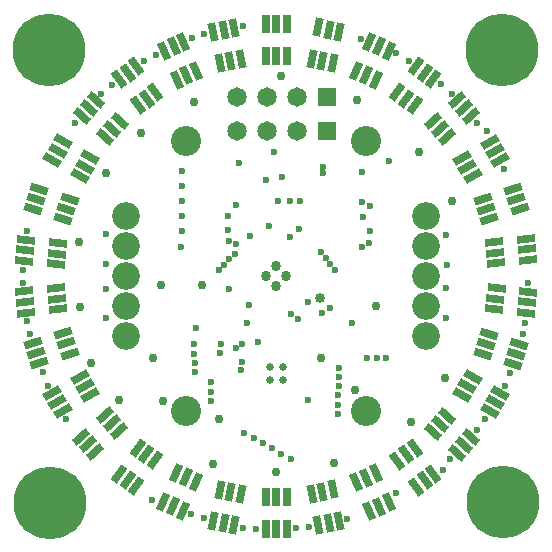
<source format=gbs>
G04*
G04 #@! TF.GenerationSoftware,Altium Limited,Altium Designer,20.0.9 (164)*
G04*
G04 Layer_Color=16711935*
%FSLAX25Y25*%
%MOIN*%
G70*
G01*
G75*
%ADD43C,0.06496*%
%ADD44R,0.06496X0.06496*%
%ADD45C,0.10039*%
%ADD46C,0.09252*%
%ADD47C,0.02953*%
%ADD48C,0.02362*%
%ADD49C,0.24213*%
%ADD50C,0.03347*%
%ADD51C,0.02559*%
G04:AMPARAMS|DCode=82|XSize=61.02mil|YSize=25.59mil|CornerRadius=0mil|HoleSize=0mil|Usage=FLASHONLY|Rotation=198.000|XOffset=0mil|YOffset=0mil|HoleType=Round|Shape=Rectangle|*
%AMROTATEDRECTD82*
4,1,4,0.02507,0.02160,0.03297,-0.00274,-0.02507,-0.02160,-0.03297,0.00274,0.02507,0.02160,0.0*
%
%ADD82ROTATEDRECTD82*%

G04:AMPARAMS|DCode=83|XSize=61.02mil|YSize=25.59mil|CornerRadius=0mil|HoleSize=0mil|Usage=FLASHONLY|Rotation=210.000|XOffset=0mil|YOffset=0mil|HoleType=Round|Shape=Rectangle|*
%AMROTATEDRECTD83*
4,1,4,0.02003,0.02634,0.03282,0.00418,-0.02003,-0.02634,-0.03282,-0.00418,0.02003,0.02634,0.0*
%
%ADD83ROTATEDRECTD83*%

G04:AMPARAMS|DCode=84|XSize=61.02mil|YSize=25.59mil|CornerRadius=0mil|HoleSize=0mil|Usage=FLASHONLY|Rotation=222.000|XOffset=0mil|YOffset=0mil|HoleType=Round|Shape=Rectangle|*
%AMROTATEDRECTD84*
4,1,4,0.01411,0.02993,0.03124,0.01091,-0.01411,-0.02993,-0.03124,-0.01091,0.01411,0.02993,0.0*
%
%ADD84ROTATEDRECTD84*%

G04:AMPARAMS|DCode=85|XSize=61.02mil|YSize=25.59mil|CornerRadius=0mil|HoleSize=0mil|Usage=FLASHONLY|Rotation=234.000|XOffset=0mil|YOffset=0mil|HoleType=Round|Shape=Rectangle|*
%AMROTATEDRECTD85*
4,1,4,0.00758,0.03221,0.02829,0.01716,-0.00758,-0.03221,-0.02829,-0.01716,0.00758,0.03221,0.0*
%
%ADD85ROTATEDRECTD85*%

G04:AMPARAMS|DCode=86|XSize=61.02mil|YSize=25.59mil|CornerRadius=0mil|HoleSize=0mil|Usage=FLASHONLY|Rotation=246.000|XOffset=0mil|YOffset=0mil|HoleType=Round|Shape=Rectangle|*
%AMROTATEDRECTD86*
4,1,4,0.00072,0.03308,0.02410,0.02267,-0.00072,-0.03308,-0.02410,-0.02267,0.00072,0.03308,0.0*
%
%ADD86ROTATEDRECTD86*%

G04:AMPARAMS|DCode=87|XSize=61.02mil|YSize=25.59mil|CornerRadius=0mil|HoleSize=0mil|Usage=FLASHONLY|Rotation=258.000|XOffset=0mil|YOffset=0mil|HoleType=Round|Shape=Rectangle|*
%AMROTATEDRECTD87*
4,1,4,-0.00617,0.03251,0.01886,0.02718,0.00617,-0.03251,-0.01886,-0.02718,-0.00617,0.03251,0.0*
%
%ADD87ROTATEDRECTD87*%

G04:AMPARAMS|DCode=88|XSize=61.02mil|YSize=25.59mil|CornerRadius=0mil|HoleSize=0mil|Usage=FLASHONLY|Rotation=126.000|XOffset=0mil|YOffset=0mil|HoleType=Round|Shape=Rectangle|*
%AMROTATEDRECTD88*
4,1,4,0.02829,-0.01716,0.00758,-0.03221,-0.02829,0.01716,-0.00758,0.03221,0.02829,-0.01716,0.0*
%
%ADD88ROTATEDRECTD88*%

G04:AMPARAMS|DCode=89|XSize=61.02mil|YSize=25.59mil|CornerRadius=0mil|HoleSize=0mil|Usage=FLASHONLY|Rotation=138.000|XOffset=0mil|YOffset=0mil|HoleType=Round|Shape=Rectangle|*
%AMROTATEDRECTD89*
4,1,4,0.03124,-0.01091,0.01411,-0.02993,-0.03124,0.01091,-0.01411,0.02993,0.03124,-0.01091,0.0*
%
%ADD89ROTATEDRECTD89*%

G04:AMPARAMS|DCode=90|XSize=61.02mil|YSize=25.59mil|CornerRadius=0mil|HoleSize=0mil|Usage=FLASHONLY|Rotation=150.000|XOffset=0mil|YOffset=0mil|HoleType=Round|Shape=Rectangle|*
%AMROTATEDRECTD90*
4,1,4,0.03282,-0.00418,0.02003,-0.02634,-0.03282,0.00418,-0.02003,0.02634,0.03282,-0.00418,0.0*
%
%ADD90ROTATEDRECTD90*%

G04:AMPARAMS|DCode=91|XSize=61.02mil|YSize=25.59mil|CornerRadius=0mil|HoleSize=0mil|Usage=FLASHONLY|Rotation=162.000|XOffset=0mil|YOffset=0mil|HoleType=Round|Shape=Rectangle|*
%AMROTATEDRECTD91*
4,1,4,0.03297,0.00274,0.02507,-0.02160,-0.03297,-0.00274,-0.02507,0.02160,0.03297,0.00274,0.0*
%
%ADD91ROTATEDRECTD91*%

G04:AMPARAMS|DCode=92|XSize=61.02mil|YSize=25.59mil|CornerRadius=0mil|HoleSize=0mil|Usage=FLASHONLY|Rotation=174.000|XOffset=0mil|YOffset=0mil|HoleType=Round|Shape=Rectangle|*
%AMROTATEDRECTD92*
4,1,4,0.03168,0.00954,0.02901,-0.01592,-0.03168,-0.00954,-0.02901,0.01592,0.03168,0.00954,0.0*
%
%ADD92ROTATEDRECTD92*%

G04:AMPARAMS|DCode=93|XSize=61.02mil|YSize=25.59mil|CornerRadius=0mil|HoleSize=0mil|Usage=FLASHONLY|Rotation=186.000|XOffset=0mil|YOffset=0mil|HoleType=Round|Shape=Rectangle|*
%AMROTATEDRECTD93*
4,1,4,0.02901,0.01592,0.03168,-0.00954,-0.02901,-0.01592,-0.03168,0.00954,0.02901,0.01592,0.0*
%
%ADD93ROTATEDRECTD93*%

%ADD94R,0.02559X0.06102*%
G04:AMPARAMS|DCode=95|XSize=61.02mil|YSize=25.59mil|CornerRadius=0mil|HoleSize=0mil|Usage=FLASHONLY|Rotation=102.000|XOffset=0mil|YOffset=0mil|HoleType=Round|Shape=Rectangle|*
%AMROTATEDRECTD95*
4,1,4,0.01886,-0.02718,-0.00617,-0.03251,-0.01886,0.02718,0.00617,0.03251,0.01886,-0.02718,0.0*
%
%ADD95ROTATEDRECTD95*%

G04:AMPARAMS|DCode=96|XSize=61.02mil|YSize=25.59mil|CornerRadius=0mil|HoleSize=0mil|Usage=FLASHONLY|Rotation=114.000|XOffset=0mil|YOffset=0mil|HoleType=Round|Shape=Rectangle|*
%AMROTATEDRECTD96*
4,1,4,0.02410,-0.02267,0.00072,-0.03308,-0.02410,0.02267,-0.00072,0.03308,0.02410,-0.02267,0.0*
%
%ADD96ROTATEDRECTD96*%

%ADD97C,0.03398*%
D43*
X309823Y458661D02*
D03*
X319823D02*
D03*
X329823D02*
D03*
X309784Y447342D02*
D03*
X319783D02*
D03*
X329784D02*
D03*
D44*
X339823Y458661D02*
D03*
X339784Y447342D02*
D03*
D45*
X353031Y353917D02*
D03*
X293032D02*
D03*
Y443917D02*
D03*
X353031D02*
D03*
D46*
X373031Y398917D02*
D03*
X273031Y378917D02*
D03*
Y408917D02*
D03*
X373031Y388917D02*
D03*
Y408917D02*
D03*
X273031Y418917D02*
D03*
X373031D02*
D03*
X273031Y398917D02*
D03*
Y388917D02*
D03*
X373031Y378917D02*
D03*
D47*
X324705Y465748D02*
D03*
X349311Y360925D02*
D03*
X338090Y371850D02*
D03*
X282087Y371752D02*
D03*
X298228Y396063D02*
D03*
X284547D02*
D03*
X356299Y389173D02*
D03*
X367913Y350295D02*
D03*
X266339Y433268D02*
D03*
X277953Y446850D02*
D03*
X295472Y457087D02*
D03*
X350098Y457776D02*
D03*
X370472Y440354D02*
D03*
X381594Y423917D02*
D03*
X379429Y365158D02*
D03*
X342323Y336713D02*
D03*
X322933Y333661D02*
D03*
X301870Y336417D02*
D03*
X303839Y351378D02*
D03*
X261417Y369882D02*
D03*
X257382Y410433D02*
D03*
X257480Y388583D02*
D03*
X270472Y357776D02*
D03*
X285236Y357283D02*
D03*
D48*
X348228Y383465D02*
D03*
X319587Y431201D02*
D03*
X322441Y440256D02*
D03*
X338484Y435532D02*
D03*
Y433465D02*
D03*
X330906Y423917D02*
D03*
X327756Y424016D02*
D03*
X323721D02*
D03*
X310531Y436614D02*
D03*
X296161Y381693D02*
D03*
X316929Y376870D02*
D03*
X330315Y384842D02*
D03*
X360630Y437402D02*
D03*
X393237Y447268D02*
D03*
X281693Y324213D02*
D03*
X309646Y409842D02*
D03*
X295457Y373074D02*
D03*
X295571Y376378D02*
D03*
X354035Y410138D02*
D03*
X314272Y412500D02*
D03*
X320472Y415846D02*
D03*
X340846Y388386D02*
D03*
X313287Y383366D02*
D03*
X304429Y373524D02*
D03*
X304528Y376378D02*
D03*
X295965Y366929D02*
D03*
Y370079D02*
D03*
X354260Y413934D02*
D03*
X351672Y408697D02*
D03*
X351644Y433803D02*
D03*
X351613Y423778D02*
D03*
X354232Y422244D02*
D03*
X330709Y414665D02*
D03*
X306988Y414370D02*
D03*
X338287Y386713D02*
D03*
X333661Y390354D02*
D03*
X309500Y375005D02*
D03*
X327551Y412098D02*
D03*
X307185Y410728D02*
D03*
X325000Y431890D02*
D03*
X309744Y422736D02*
D03*
X307382Y394587D02*
D03*
X313878Y389272D02*
D03*
X328113Y386319D02*
D03*
X359646Y371555D02*
D03*
X356545D02*
D03*
X353445D02*
D03*
X362992Y326575D02*
D03*
X378642Y334252D02*
D03*
X333563Y357579D02*
D03*
X311319Y367717D02*
D03*
X311516Y370472D02*
D03*
X352102Y418799D02*
D03*
X381496Y459842D02*
D03*
X294882Y478346D02*
D03*
X311910Y482480D02*
D03*
X367126Y470571D02*
D03*
X278937D02*
D03*
X351181Y477953D02*
D03*
X264665Y459842D02*
D03*
X299114Y479724D02*
D03*
X240059Y414075D02*
D03*
X282874Y472835D02*
D03*
X238681Y396555D02*
D03*
X268307Y462795D02*
D03*
X240846Y379626D02*
D03*
X255906Y450098D02*
D03*
X246949Y362500D02*
D03*
X238583Y401083D02*
D03*
X239961Y384055D02*
D03*
X299016Y318209D02*
D03*
X245276Y367028D02*
D03*
X316339Y314862D02*
D03*
X253051Y351378D02*
D03*
X334055Y315354D02*
D03*
X294587Y319587D02*
D03*
X381004Y337894D02*
D03*
X311811Y315059D02*
D03*
X392618Y351279D02*
D03*
X329626Y314961D02*
D03*
X400787Y366831D02*
D03*
X346654Y318012D02*
D03*
X405807Y383465D02*
D03*
X405217Y379724D02*
D03*
X390059Y347539D02*
D03*
X406962Y396689D02*
D03*
X399114Y434842D02*
D03*
X399311Y362303D02*
D03*
X390059Y450000D02*
D03*
X378051Y463091D02*
D03*
X362992Y473228D02*
D03*
X343575Y353088D02*
D03*
X343711Y356132D02*
D03*
X343779Y359227D02*
D03*
X291437Y408858D02*
D03*
X343799Y362205D02*
D03*
X343898Y368209D02*
D03*
Y365256D02*
D03*
X327854Y337992D02*
D03*
X324606Y339665D02*
D03*
X312402Y346752D02*
D03*
X321555Y341634D02*
D03*
X318504Y343307D02*
D03*
X315453Y344980D02*
D03*
X266339Y412992D02*
D03*
Y384941D02*
D03*
X266301Y394821D02*
D03*
X266339Y402953D02*
D03*
X379724Y412598D02*
D03*
X379823Y402658D02*
D03*
X379724Y394980D02*
D03*
Y384941D02*
D03*
X301354Y357382D02*
D03*
Y360433D02*
D03*
Y363609D02*
D03*
X307000Y418902D02*
D03*
X338000Y406902D02*
D03*
X339500Y404902D02*
D03*
X341000Y402902D02*
D03*
X342500Y400902D02*
D03*
X311500Y376402D02*
D03*
X309156Y406462D02*
D03*
X307442Y404610D02*
D03*
X304000Y400902D02*
D03*
X305724Y402734D02*
D03*
X291500Y433902D02*
D03*
Y428902D02*
D03*
Y423902D02*
D03*
Y418902D02*
D03*
Y413902D02*
D03*
D49*
X398524Y323721D02*
D03*
X247539Y323524D02*
D03*
X247441Y474508D02*
D03*
X398425Y474213D02*
D03*
D50*
X337500Y391634D02*
D03*
D51*
X325197Y368602D02*
D03*
Y364272D02*
D03*
X320866Y368602D02*
D03*
Y364272D02*
D03*
D82*
X401991Y428044D02*
D03*
X403086Y424674D02*
D03*
X391882Y424759D02*
D03*
X392977Y421389D02*
D03*
X404181Y421304D02*
D03*
X394072Y418019D02*
D03*
X251991Y379914D02*
D03*
X241882Y376629D02*
D03*
X253086Y376544D02*
D03*
X254181Y373174D02*
D03*
X242977Y373259D02*
D03*
X244072Y369889D02*
D03*
D83*
X388507Y432365D02*
D03*
X397713Y437679D02*
D03*
X386736Y435433D02*
D03*
X384964Y438502D02*
D03*
X395941Y440748D02*
D03*
X394170Y443817D02*
D03*
X251795Y354018D02*
D03*
X250023Y357087D02*
D03*
X261000Y359333D02*
D03*
X259229Y362402D02*
D03*
X248251Y360155D02*
D03*
X257457Y365470D02*
D03*
D84*
X383272Y457666D02*
D03*
X385643Y455033D02*
D03*
X375372Y450553D02*
D03*
X377743Y447920D02*
D03*
X388014Y452400D02*
D03*
X380114Y445287D02*
D03*
X265850Y352646D02*
D03*
X257951Y345533D02*
D03*
X268221Y350013D02*
D03*
X270592Y347380D02*
D03*
X260322Y342900D02*
D03*
X262693Y340267D02*
D03*
D85*
X369132Y456117D02*
D03*
X375380Y464717D02*
D03*
X366266Y458200D02*
D03*
X363399Y460283D02*
D03*
X372514Y466800D02*
D03*
X369647Y468883D02*
D03*
X276317Y328952D02*
D03*
X273451Y331035D02*
D03*
X282565Y337552D02*
D03*
X279699Y339634D02*
D03*
X270584Y333118D02*
D03*
X276832Y341717D02*
D03*
D86*
X354043Y477064D02*
D03*
X357280Y475623D02*
D03*
X349719Y467353D02*
D03*
X352956Y465912D02*
D03*
X360517Y474182D02*
D03*
X356193Y464471D02*
D03*
X289771Y333364D02*
D03*
X285448Y323653D02*
D03*
X293008Y331922D02*
D03*
X296245Y330481D02*
D03*
X288685Y322212D02*
D03*
X291922Y320770D02*
D03*
D87*
X341829Y470049D02*
D03*
X344039Y480446D02*
D03*
X338364Y470785D02*
D03*
X334898Y471522D02*
D03*
X340574Y481183D02*
D03*
X337108Y481920D02*
D03*
X308955Y315915D02*
D03*
X305489Y316652D02*
D03*
X311165Y326312D02*
D03*
X307699Y327049D02*
D03*
X302024Y317388D02*
D03*
X304234Y327786D02*
D03*
D88*
X375380Y333019D02*
D03*
X372514Y330936D02*
D03*
X369132Y341619D02*
D03*
X366266Y339536D02*
D03*
X369647Y328854D02*
D03*
X363399Y337453D02*
D03*
X282664Y460283D02*
D03*
X276416Y468883D02*
D03*
X279797Y458200D02*
D03*
X276931Y456117D02*
D03*
X273549Y466800D02*
D03*
X270683Y464717D02*
D03*
D89*
X375274Y347183D02*
D03*
X383173Y340070D02*
D03*
X377645Y349816D02*
D03*
X380016Y352449D02*
D03*
X385544Y342703D02*
D03*
X387915Y345337D02*
D03*
X258148Y452400D02*
D03*
X260519Y455033D02*
D03*
X266047Y445287D02*
D03*
X268418Y447920D02*
D03*
X262890Y457666D02*
D03*
X270789Y450553D02*
D03*
D90*
X397713Y360057D02*
D03*
X395941Y356988D02*
D03*
X388507Y365372D02*
D03*
X386736Y362303D02*
D03*
X394170Y353920D02*
D03*
X384964Y359234D02*
D03*
X261099Y438600D02*
D03*
X251893Y443915D02*
D03*
X259327Y435532D02*
D03*
X257556Y432463D02*
D03*
X250121Y440846D02*
D03*
X248350Y437778D02*
D03*
D91*
X391783Y372977D02*
D03*
X401893Y369692D02*
D03*
X392878Y376347D02*
D03*
X393973Y379717D02*
D03*
X402988Y373062D02*
D03*
X404083Y376432D02*
D03*
X241882Y421402D02*
D03*
X242977Y424772D02*
D03*
X251991Y418118D02*
D03*
X253086Y421488D02*
D03*
X244072Y428142D02*
D03*
X254181Y424857D02*
D03*
D92*
X407034Y393815D02*
D03*
X406664Y390291D02*
D03*
X396462Y394926D02*
D03*
X396092Y391402D02*
D03*
X406293Y386767D02*
D03*
X395722Y387878D02*
D03*
X250341Y409957D02*
D03*
X239770Y411068D02*
D03*
X249971Y406433D02*
D03*
X249601Y402909D02*
D03*
X239399Y407544D02*
D03*
X239029Y404020D02*
D03*
D93*
X396364Y403302D02*
D03*
X406936Y404414D02*
D03*
X395994Y406826D02*
D03*
X395623Y410350D02*
D03*
X406565Y407937D02*
D03*
X406195Y411461D02*
D03*
X239671Y386865D02*
D03*
X239301Y390389D02*
D03*
X250243Y387977D02*
D03*
X249872Y391500D02*
D03*
X238930Y393913D02*
D03*
X249502Y395024D02*
D03*
D94*
X319488Y325492D02*
D03*
Y314862D02*
D03*
X323031Y325492D02*
D03*
X326575D02*
D03*
X323031Y314862D02*
D03*
X326575D02*
D03*
X319488Y482972D02*
D03*
X323031D02*
D03*
X319488Y472342D02*
D03*
X323031D02*
D03*
X326575Y482972D02*
D03*
Y472342D02*
D03*
D95*
X344039Y317487D02*
D03*
X340574Y316750D02*
D03*
X341829Y327884D02*
D03*
X338364Y327148D02*
D03*
X337108Y316013D02*
D03*
X334898Y326411D02*
D03*
X311165Y471424D02*
D03*
X308955Y481821D02*
D03*
X307699Y470687D02*
D03*
X304234Y469950D02*
D03*
X305489Y481085D02*
D03*
X302024Y480348D02*
D03*
D96*
X349719Y330383D02*
D03*
X354043Y320672D02*
D03*
X352956Y331824D02*
D03*
X356193Y333265D02*
D03*
X357280Y322113D02*
D03*
X360517Y323554D02*
D03*
X285546Y474182D02*
D03*
X288783Y475623D02*
D03*
X289870Y464471D02*
D03*
X293107Y465912D02*
D03*
X292020Y477064D02*
D03*
X296344Y467353D02*
D03*
D97*
X323031Y402258D02*
D03*
X326372Y398917D02*
D03*
X319691D02*
D03*
X323031Y395577D02*
D03*
M02*

</source>
